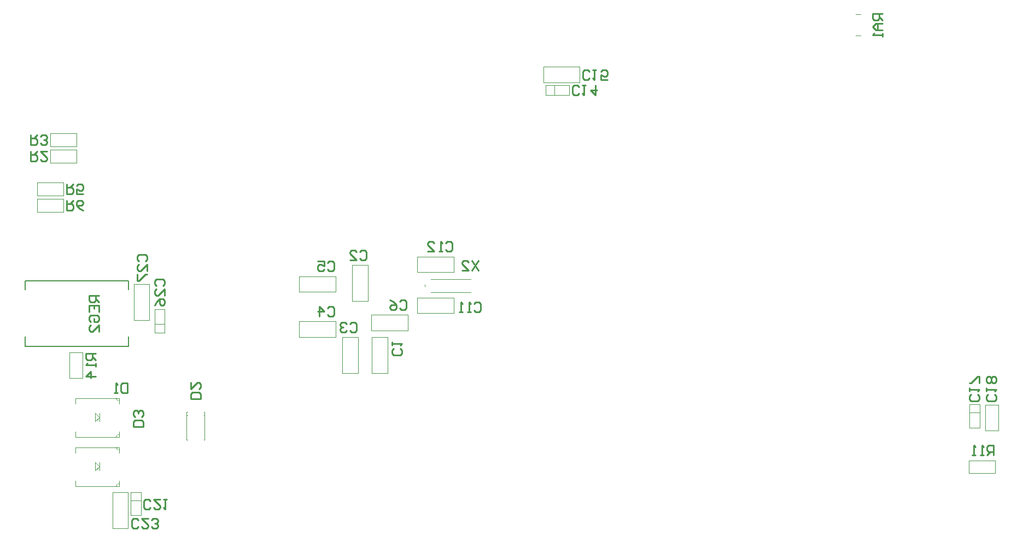
<source format=gbo>
%FSLAX25Y25*%
%MOIN*%
G70*
G01*
G75*
G04 Layer_Color=32896*
%ADD10R,0.03150X0.04724*%
%ADD11R,0.06693X0.04921*%
G04:AMPARAMS|DCode=12|XSize=70.87mil|YSize=57.09mil|CornerRadius=0mil|HoleSize=0mil|Usage=FLASHONLY|Rotation=180.000|XOffset=0mil|YOffset=0mil|HoleType=Round|Shape=Octagon|*
%AMOCTAGOND12*
4,1,8,-0.03543,0.01427,-0.03543,-0.01427,-0.02116,-0.02854,0.02116,-0.02854,0.03543,-0.01427,0.03543,0.01427,0.02116,0.02854,-0.02116,0.02854,-0.03543,0.01427,0.0*
%
%ADD12OCTAGOND12*%

G04:AMPARAMS|DCode=13|XSize=59.06mil|YSize=31.5mil|CornerRadius=0mil|HoleSize=0mil|Usage=FLASHONLY|Rotation=180.000|XOffset=0mil|YOffset=0mil|HoleType=Round|Shape=Octagon|*
%AMOCTAGOND13*
4,1,8,-0.02953,0.00787,-0.02953,-0.00787,-0.02165,-0.01575,0.02165,-0.01575,0.02953,-0.00787,0.02953,0.00787,0.02165,0.01575,-0.02165,0.01575,-0.02953,0.00787,0.0*
%
%ADD13OCTAGOND13*%

%ADD14R,0.05906X0.03150*%
G04:AMPARAMS|DCode=15|XSize=70.87mil|YSize=43.31mil|CornerRadius=0mil|HoleSize=0mil|Usage=FLASHONLY|Rotation=270.000|XOffset=0mil|YOffset=0mil|HoleType=Round|Shape=Octagon|*
%AMOCTAGOND15*
4,1,8,-0.01083,-0.03543,0.01083,-0.03543,0.02165,-0.02461,0.02165,0.02461,0.01083,0.03543,-0.01083,0.03543,-0.02165,0.02461,-0.02165,-0.02461,-0.01083,-0.03543,0.0*
%
%ADD15OCTAGOND15*%

%ADD16O,0.05906X0.03937*%
%ADD17R,0.05906X0.03937*%
%ADD18O,0.03937X0.05906*%
%ADD19R,0.04921X0.06693*%
%ADD20R,0.05118X0.04134*%
G04:AMPARAMS|DCode=21|XSize=47.24mil|YSize=39.37mil|CornerRadius=0mil|HoleSize=0mil|Usage=FLASHONLY|Rotation=270.000|XOffset=0mil|YOffset=0mil|HoleType=Round|Shape=Octagon|*
%AMOCTAGOND21*
4,1,8,-0.00984,-0.02362,0.00984,-0.02362,0.01969,-0.01378,0.01969,0.01378,0.00984,0.02362,-0.00984,0.02362,-0.01969,0.01378,-0.01969,-0.01378,-0.00984,-0.02362,0.0*
%
%ADD21OCTAGOND21*%

G04:AMPARAMS|DCode=22|XSize=39.37mil|YSize=25.59mil|CornerRadius=0mil|HoleSize=0mil|Usage=FLASHONLY|Rotation=270.000|XOffset=0mil|YOffset=0mil|HoleType=Round|Shape=Octagon|*
%AMOCTAGOND22*
4,1,8,-0.00640,-0.01969,0.00640,-0.01969,0.01280,-0.01329,0.01280,0.01329,0.00640,0.01969,-0.00640,0.01969,-0.01280,0.01329,-0.01280,-0.01329,-0.00640,-0.01969,0.0*
%
%ADD22OCTAGOND22*%

G04:AMPARAMS|DCode=23|XSize=39.37mil|YSize=19.69mil|CornerRadius=0mil|HoleSize=0mil|Usage=FLASHONLY|Rotation=270.000|XOffset=0mil|YOffset=0mil|HoleType=Round|Shape=Octagon|*
%AMOCTAGOND23*
4,1,8,-0.00492,-0.01969,0.00492,-0.01969,0.00984,-0.01476,0.00984,0.01476,0.00492,0.01969,-0.00492,0.01969,-0.00984,0.01476,-0.00984,-0.01476,-0.00492,-0.01969,0.0*
%
%ADD23OCTAGOND23*%

%ADD24R,0.04134X0.05118*%
%ADD25R,0.07874X0.23622*%
%ADD26R,0.09055X0.04685*%
%ADD27R,0.30299X0.25598*%
%ADD28R,0.04724X0.03150*%
%ADD29R,0.01969X0.09843*%
%ADD30R,0.07874X0.09843*%
%ADD31O,0.00984X0.06102*%
%ADD32O,0.06102X0.00984*%
%ADD33O,0.04134X0.02165*%
%ADD34R,0.04134X0.02165*%
%ADD35C,0.02000*%
%ADD36C,0.01000*%
%ADD37C,0.00787*%
%ADD38C,0.03937*%
%ADD39C,0.01732*%
%ADD40C,0.01181*%
%ADD41C,0.01575*%
%ADD42C,0.19685*%
%ADD43R,0.11811X0.11811*%
%ADD44C,0.11811*%
%ADD45R,0.05906X0.05906*%
%ADD46C,0.05906*%
%ADD47R,0.05906X0.05906*%
%ADD48R,0.06890X0.06890*%
%ADD49C,0.06890*%
%ADD50C,0.06496*%
%ADD51C,0.07874*%
%ADD52O,0.09843X0.07874*%
%ADD53R,0.04921X0.04921*%
%ADD54C,0.04921*%
%ADD55R,0.04724X0.04724*%
%ADD56C,0.04724*%
%ADD57C,0.03937*%
%ADD58C,0.08858*%
%ADD59R,0.08858X0.08858*%
%ADD60C,0.15748*%
%ADD61C,0.05000*%
%ADD62C,0.02701*%
G04:AMPARAMS|DCode=63|XSize=39.37mil|YSize=25.59mil|CornerRadius=0mil|HoleSize=0mil|Usage=FLASHONLY|Rotation=180.000|XOffset=0mil|YOffset=0mil|HoleType=Round|Shape=Octagon|*
%AMOCTAGOND63*
4,1,8,-0.01969,0.00640,-0.01969,-0.00640,-0.01329,-0.01280,0.01329,-0.01280,0.01969,-0.00640,0.01969,0.00640,0.01329,0.01280,-0.01329,0.01280,-0.01969,0.00640,0.0*
%
%ADD63OCTAGOND63*%

G04:AMPARAMS|DCode=64|XSize=39.37mil|YSize=19.69mil|CornerRadius=0mil|HoleSize=0mil|Usage=FLASHONLY|Rotation=180.000|XOffset=0mil|YOffset=0mil|HoleType=Round|Shape=Octagon|*
%AMOCTAGOND64*
4,1,8,-0.01969,0.00492,-0.01969,-0.00492,-0.01476,-0.00984,0.01476,-0.00984,0.01969,-0.00492,0.01969,0.00492,0.01476,0.00984,-0.01476,0.00984,-0.01969,0.00492,0.0*
%
%ADD64OCTAGOND64*%

%ADD65R,0.04724X0.09449*%
%ADD66R,0.04724X0.04724*%
%ADD67R,0.07874X0.07874*%
%ADD68R,0.11000X0.15000*%
%ADD69C,0.02362*%
%ADD70C,0.00984*%
%ADD71C,0.00197*%
%ADD72C,0.00394*%
%ADD73C,0.00591*%
%ADD74C,0.06200*%
D36*
X291000Y170798D02*
X287001Y164800D01*
Y170798D02*
X291000Y164800D01*
X281003D02*
X285002D01*
X281003Y168799D01*
Y169798D01*
X282003Y170798D01*
X284002D01*
X285002Y169798D01*
X59701Y149500D02*
X53703D01*
Y146501D01*
X54702Y145501D01*
X56702D01*
X57701Y146501D01*
Y149500D01*
Y147501D02*
X59701Y145501D01*
X53703Y139503D02*
Y143502D01*
X59701D01*
Y139503D01*
X56702Y143502D02*
Y141503D01*
X54702Y133505D02*
X53703Y134505D01*
Y136504D01*
X54702Y137504D01*
X58701D01*
X59701Y136504D01*
Y134505D01*
X58701Y133505D01*
X56702D01*
Y135504D01*
X59701Y127507D02*
Y131506D01*
X55702Y127507D01*
X54702D01*
X53703Y128507D01*
Y130506D01*
X54702Y131506D01*
X537500Y321500D02*
X531502D01*
Y318501D01*
X532502Y317501D01*
X534501D01*
X535501Y318501D01*
Y321500D01*
Y319501D02*
X537500Y317501D01*
Y315502D02*
X533501D01*
X531502Y313503D01*
X533501Y311503D01*
X537500D01*
X534501D01*
Y315502D01*
X537500Y309504D02*
Y307505D01*
Y308504D01*
X531502D01*
X532502Y309504D01*
X57701Y114000D02*
X51703D01*
Y111001D01*
X52702Y110001D01*
X54702D01*
X55701Y111001D01*
Y114000D01*
Y112001D02*
X57701Y110001D01*
Y108002D02*
Y106003D01*
Y107002D01*
X51703D01*
X52702Y108002D01*
X57701Y100004D02*
X51703D01*
X54702Y103004D01*
Y99005D01*
X605100Y52100D02*
Y58098D01*
X602101D01*
X601101Y57098D01*
Y55099D01*
X602101Y54099D01*
X605100D01*
X603101D02*
X601101Y52100D01*
X599102D02*
X597103D01*
X598102D01*
Y58098D01*
X599102Y57098D01*
X594104Y52100D02*
X592104D01*
X593104D01*
Y58098D01*
X594104Y57098D01*
X40000Y207500D02*
Y201502D01*
X42999D01*
X43999Y202502D01*
Y204501D01*
X42999Y205501D01*
X40000D01*
X41999D02*
X43999Y207500D01*
X49997Y201502D02*
X47997Y202502D01*
X45998Y204501D01*
Y206500D01*
X46998Y207500D01*
X48997D01*
X49997Y206500D01*
Y205501D01*
X48997Y204501D01*
X45998D01*
X40000Y217500D02*
Y211502D01*
X42999D01*
X43999Y212502D01*
Y214501D01*
X42999Y215501D01*
X40000D01*
X41999D02*
X43999Y217500D01*
X49997Y211502D02*
X45998D01*
Y214501D01*
X47997Y213501D01*
X48997D01*
X49997Y214501D01*
Y216500D01*
X48997Y217500D01*
X46998D01*
X45998Y216500D01*
X18000Y247500D02*
Y241502D01*
X20999D01*
X21999Y242502D01*
Y244501D01*
X20999Y245501D01*
X18000D01*
X19999D02*
X21999Y247500D01*
X23998Y242502D02*
X24998Y241502D01*
X26997D01*
X27997Y242502D01*
Y243501D01*
X26997Y244501D01*
X25997D01*
X26997D01*
X27997Y245501D01*
Y246500D01*
X26997Y247500D01*
X24998D01*
X23998Y246500D01*
X18000Y237500D02*
Y231502D01*
X20999D01*
X21999Y232502D01*
Y234501D01*
X20999Y235501D01*
X18000D01*
X19999D02*
X21999Y237500D01*
X27997D02*
X23998D01*
X27997Y233501D01*
Y232502D01*
X26997Y231502D01*
X24998D01*
X23998Y232502D01*
X86699Y69500D02*
X80701D01*
Y72499D01*
X81700Y73499D01*
X85699D01*
X86699Y72499D01*
Y69500D01*
X85699Y75498D02*
X86699Y76498D01*
Y78497D01*
X85699Y79497D01*
X84699D01*
X83700Y78497D01*
Y77497D01*
Y78497D01*
X82700Y79497D01*
X81700D01*
X80701Y78497D01*
Y76498D01*
X81700Y75498D01*
X121699Y86500D02*
X115701D01*
Y89499D01*
X116700Y90499D01*
X120699D01*
X121699Y89499D01*
Y86500D01*
X115701Y96497D02*
Y92498D01*
X119700Y96497D01*
X120699D01*
X121699Y95497D01*
Y93498D01*
X120699Y92498D01*
X77201Y95998D02*
Y90000D01*
X74202D01*
X73202Y91000D01*
Y94998D01*
X74202Y95998D01*
X77201D01*
X71203Y90000D02*
X69203D01*
X70203D01*
Y95998D01*
X71203Y94998D01*
X84202Y170501D02*
X83203Y171501D01*
Y173500D01*
X84202Y174500D01*
X88201D01*
X89201Y173500D01*
Y171501D01*
X88201Y170501D01*
X89201Y164503D02*
Y168502D01*
X85202Y164503D01*
X84202D01*
X83203Y165503D01*
Y167502D01*
X84202Y168502D01*
X83203Y162504D02*
Y158505D01*
X84202D01*
X88201Y162504D01*
X89201D01*
X94702Y155501D02*
X93703Y156501D01*
Y158500D01*
X94702Y159500D01*
X98701D01*
X99701Y158500D01*
Y156501D01*
X98701Y155501D01*
X99701Y149503D02*
Y153502D01*
X95702Y149503D01*
X94702D01*
X93703Y150503D01*
Y152502D01*
X94702Y153502D01*
X93703Y143505D02*
X94702Y145504D01*
X96702Y147504D01*
X98701D01*
X99701Y146504D01*
Y144505D01*
X98701Y143505D01*
X97701D01*
X96702Y144505D01*
Y147504D01*
X83700Y8502D02*
X82700Y7502D01*
X80700D01*
X79701Y8502D01*
Y12500D01*
X80700Y13500D01*
X82700D01*
X83700Y12500D01*
X89698Y13500D02*
X85699D01*
X89698Y9501D01*
Y8502D01*
X88698Y7502D01*
X86699D01*
X85699Y8502D01*
X91697D02*
X92697Y7502D01*
X94696D01*
X95696Y8502D01*
Y9501D01*
X94696Y10501D01*
X93696D01*
X94696D01*
X95696Y11501D01*
Y12500D01*
X94696Y13500D01*
X92697D01*
X91697Y12500D01*
X91199Y20002D02*
X90200Y19002D01*
X88200D01*
X87201Y20002D01*
Y24000D01*
X88200Y25000D01*
X90200D01*
X91199Y24000D01*
X97198Y25000D02*
X93199D01*
X97198Y21001D01*
Y20002D01*
X96198Y19002D01*
X94199D01*
X93199Y20002D01*
X99197Y25000D02*
X101196D01*
X100197D01*
Y19002D01*
X99197Y20002D01*
X605711Y88999D02*
X606711Y87999D01*
Y86000D01*
X605711Y85000D01*
X601712D01*
X600713Y86000D01*
Y87999D01*
X601712Y88999D01*
X600713Y90998D02*
Y92997D01*
Y91998D01*
X606711D01*
X605711Y90998D01*
Y95996D02*
X606711Y96996D01*
Y98996D01*
X605711Y99995D01*
X604711D01*
X603712Y98996D01*
X602712Y99995D01*
X601712D01*
X600713Y98996D01*
Y96996D01*
X601712Y95996D01*
X602712D01*
X603712Y96996D01*
X604711Y95996D01*
X605711D01*
X603712Y96996D02*
Y98996D01*
X595498Y88999D02*
X596498Y87999D01*
Y86000D01*
X595498Y85000D01*
X591500D01*
X590500Y86000D01*
Y87999D01*
X591500Y88999D01*
X590500Y90998D02*
Y92997D01*
Y91998D01*
X596498D01*
X595498Y90998D01*
X596498Y95996D02*
Y99995D01*
X595498D01*
X591500Y95996D01*
X590500D01*
X358711Y282289D02*
X357712Y281289D01*
X355712D01*
X354713Y282289D01*
Y286288D01*
X355712Y287287D01*
X357712D01*
X358711Y286288D01*
X360711Y287287D02*
X362710D01*
X361710D01*
Y281289D01*
X360711Y282289D01*
X369708Y281289D02*
X365709D01*
Y284288D01*
X367708Y283289D01*
X368708D01*
X369708Y284288D01*
Y286288D01*
X368708Y287287D01*
X366709D01*
X365709Y286288D01*
X352211Y272789D02*
X351212Y271789D01*
X349212D01*
X348213Y272789D01*
Y276788D01*
X349212Y277787D01*
X351212D01*
X352211Y276788D01*
X354211Y277787D02*
X356210D01*
X355210D01*
Y271789D01*
X354211Y272789D01*
X362208Y277787D02*
Y271789D01*
X359209Y274788D01*
X363208D01*
X271075Y181398D02*
X272075Y182398D01*
X274074D01*
X275074Y181398D01*
Y177400D01*
X274074Y176400D01*
X272075D01*
X271075Y177400D01*
X269076Y176400D02*
X267077D01*
X268076D01*
Y182398D01*
X269076Y181398D01*
X260079Y176400D02*
X264078D01*
X260079Y180399D01*
Y181398D01*
X261079Y182398D01*
X263078D01*
X264078Y181398D01*
X288501Y144498D02*
X289501Y145498D01*
X291500D01*
X292500Y144498D01*
Y140500D01*
X291500Y139500D01*
X289501D01*
X288501Y140500D01*
X286502Y139500D02*
X284503D01*
X285502D01*
Y145498D01*
X286502Y144498D01*
X281504Y139500D02*
X279504D01*
X280504D01*
Y145498D01*
X281504Y144498D01*
X243075Y145898D02*
X244075Y146898D01*
X246074D01*
X247074Y145898D01*
Y141900D01*
X246074Y140900D01*
X244075D01*
X243075Y141900D01*
X237077Y146898D02*
X239077Y145898D01*
X241076Y143899D01*
Y141900D01*
X240076Y140900D01*
X238077D01*
X237077Y141900D01*
Y142899D01*
X238077Y143899D01*
X241076D01*
X199075Y169398D02*
X200075Y170398D01*
X202074D01*
X203074Y169398D01*
Y165400D01*
X202074Y164400D01*
X200075D01*
X199075Y165400D01*
X193077Y170398D02*
X197076D01*
Y167399D01*
X195077Y168399D01*
X194077D01*
X193077Y167399D01*
Y165400D01*
X194077Y164400D01*
X196076D01*
X197076Y165400D01*
X199075Y141898D02*
X200075Y142898D01*
X202074D01*
X203074Y141898D01*
Y137900D01*
X202074Y136900D01*
X200075D01*
X199075Y137900D01*
X194077Y136900D02*
Y142898D01*
X197076Y139899D01*
X193077D01*
X212775Y132198D02*
X213775Y133198D01*
X215774D01*
X216774Y132198D01*
Y128200D01*
X215774Y127200D01*
X213775D01*
X212775Y128200D01*
X210776Y132198D02*
X209776Y133198D01*
X207777D01*
X206777Y132198D01*
Y131199D01*
X207777Y130199D01*
X208777D01*
X207777D01*
X206777Y129199D01*
Y128200D01*
X207777Y127200D01*
X209776D01*
X210776Y128200D01*
X218775Y176198D02*
X219775Y177198D01*
X221774D01*
X222774Y176198D01*
Y172200D01*
X221774Y171200D01*
X219775D01*
X218775Y172200D01*
X212777Y171200D02*
X216776D01*
X212777Y175199D01*
Y176198D01*
X213777Y177198D01*
X215776D01*
X216776Y176198D01*
X243498Y116999D02*
X244498Y115999D01*
Y114000D01*
X243498Y113000D01*
X239500D01*
X238500Y114000D01*
Y115999D01*
X239500Y116999D01*
X238500Y118998D02*
Y120997D01*
Y119998D01*
X244498D01*
X243498Y118998D01*
D37*
X14614Y158579D02*
X77606D01*
X14614Y118421D02*
X77606D01*
X14614D02*
Y124327D01*
Y153067D02*
Y158579D01*
X77606Y118421D02*
Y124327D01*
Y153067D02*
Y158579D01*
D72*
X72082Y64640D02*
G03*
X70201Y63189I-381J-1451D01*
G01*
Y86811D02*
G03*
X72082Y85360I1500J0D01*
G01*
Y34640D02*
G03*
X70201Y33189I-381J-1451D01*
G01*
Y56811D02*
G03*
X72082Y55360I1500J0D01*
G01*
X521000Y308000D02*
X524000D01*
X521000Y321000D02*
X524000D01*
X604000Y67126D02*
X607937D01*
Y82874D01*
X600063D02*
X607937D01*
X600063Y67126D02*
Y82874D01*
Y67126D02*
X604000D01*
X593500Y83087D02*
X596650D01*
Y68913D02*
Y83087D01*
X590350Y68913D02*
X596650D01*
X590350D02*
Y83087D01*
X593500D01*
X590350Y78000D02*
X596650D01*
X605874Y45000D02*
Y48937D01*
X590126D02*
X605874D01*
X590126Y41063D02*
Y48937D01*
Y41063D02*
X605874D01*
Y45000D01*
X332126Y274787D02*
Y277937D01*
X346299D01*
Y271638D02*
Y277937D01*
X332126Y271638D02*
X346299D01*
X332126D02*
Y274787D01*
X337213Y271638D02*
Y277937D01*
X330689Y279563D02*
Y284287D01*
Y279563D02*
X352736D01*
Y289012D01*
X330689D02*
X352736D01*
X330689Y284287D02*
Y289012D01*
X22126Y210563D02*
Y214500D01*
Y210563D02*
X37874D01*
Y218437D01*
X22126D02*
X37874D01*
X22126Y214500D02*
Y218437D01*
Y200563D02*
Y204500D01*
Y200563D02*
X37874D01*
Y208437D01*
X22126D02*
X37874D01*
X22126Y204500D02*
Y208437D01*
X275898Y168500D02*
Y173224D01*
X253850D02*
X275898D01*
X253850Y163776D02*
Y173224D01*
Y163776D02*
X275898D01*
Y168500D01*
X261937Y151563D02*
X286500D01*
X258500Y155000D02*
Y156000D01*
X261937Y159437D02*
X286500D01*
X230874Y101976D02*
X235598D01*
Y124024D01*
X226150D02*
X235598D01*
X226150Y101976D02*
Y124024D01*
Y101976D02*
X230874D01*
X214150Y168024D02*
X218874D01*
X214150Y145976D02*
Y168024D01*
Y145976D02*
X223598D01*
Y168024D01*
X218874D02*
X223598D01*
X212874Y101976D02*
X217598D01*
Y124024D01*
X208150D02*
X217598D01*
X208150Y101976D02*
Y124024D01*
Y101976D02*
X212874D01*
X247898Y133000D02*
Y137724D01*
X225850D02*
X247898D01*
X225850Y128276D02*
Y137724D01*
Y128276D02*
X247898D01*
Y133000D01*
X181850Y151776D02*
Y156500D01*
Y151776D02*
X203898D01*
Y161224D01*
X181850D02*
X203898D01*
X181850Y156500D02*
Y161224D01*
Y124276D02*
Y129000D01*
Y124276D02*
X203898D01*
Y133724D01*
X181850D02*
X203898D01*
X181850Y129000D02*
Y133724D01*
X41764Y114874D02*
X45701D01*
X41764Y99126D02*
Y114874D01*
Y99126D02*
X49638D01*
Y114874D01*
X45701D02*
X49638D01*
X123701Y61594D02*
X124201D01*
X113201D02*
X113701D01*
X123701Y78406D02*
X124201D01*
X113201Y78500D02*
X113701D01*
X113201Y61594D02*
Y78500D01*
X124201Y61594D02*
Y78406D01*
X123701Y76500D02*
X124201D01*
X113201D02*
X113701D01*
X93551Y126913D02*
X96701D01*
X93551D02*
Y141087D01*
X99850D01*
Y126913D02*
Y141087D01*
X96701Y126913D02*
X99850D01*
X93551Y132000D02*
X99850D01*
X85701Y134476D02*
X90425D01*
Y156524D01*
X80976D02*
X90425D01*
X80976Y134476D02*
Y156524D01*
Y134476D02*
X85701D01*
X72701Y7476D02*
X77425D01*
Y29524D01*
X67976D02*
X77425D01*
X67976Y7476D02*
Y29524D01*
Y7476D02*
X72701D01*
X82201Y29587D02*
X85350D01*
Y15413D02*
Y29587D01*
X79051Y15413D02*
X85350D01*
X79051D02*
Y29587D01*
X82201D01*
X79051Y24500D02*
X85350D01*
X45276Y86811D02*
X72126D01*
X45276Y63189D02*
X72126D01*
X57451Y77750D02*
X59951Y75250D01*
X57451Y72750D02*
X59951Y75250D01*
Y72750D02*
Y75250D01*
Y77750D01*
X57451Y72750D02*
Y77750D01*
X72126Y83575D02*
Y86811D01*
Y63189D02*
Y66425D01*
X45276Y63189D02*
Y66425D01*
Y83575D02*
Y86811D01*
X45874Y244500D02*
Y248437D01*
X30126D02*
X45874D01*
X30126Y240563D02*
Y248437D01*
Y240563D02*
X45874D01*
Y244500D01*
Y234500D02*
Y238437D01*
X30126D02*
X45874D01*
X30126Y230563D02*
Y238437D01*
Y230563D02*
X45874D01*
Y234500D01*
X275898Y143500D02*
Y148224D01*
X253850D02*
X275898D01*
X253850Y138776D02*
Y148224D01*
Y138776D02*
X275898D01*
Y143500D01*
X45276Y56811D02*
X72126D01*
X45276Y33189D02*
X72126D01*
X57451Y47750D02*
X59951Y45250D01*
X57451Y42750D02*
X59951Y45250D01*
Y42750D02*
Y45250D01*
Y47750D01*
X57451Y42750D02*
Y47750D01*
X72126Y53575D02*
Y56811D01*
Y33189D02*
Y36425D01*
X45276Y33189D02*
Y36425D01*
Y53575D02*
Y56811D01*
M02*

</source>
